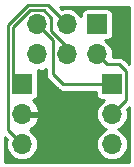
<source format=gbr>
G04 #@! TF.GenerationSoftware,KiCad,Pcbnew,(5.1.4)-1*
G04 #@! TF.CreationDate,2020-04-16T11:05:27+01:00*
G04 #@! TF.ProjectId,sot23Breakout,736f7432-3342-4726-9561-6b6f75742e6b,rev?*
G04 #@! TF.SameCoordinates,Original*
G04 #@! TF.FileFunction,Copper,L2,Bot*
G04 #@! TF.FilePolarity,Positive*
%FSLAX46Y46*%
G04 Gerber Fmt 4.6, Leading zero omitted, Abs format (unit mm)*
G04 Created by KiCad (PCBNEW (5.1.4)-1) date 2020-04-16 11:05:27*
%MOMM*%
%LPD*%
G04 APERTURE LIST*
%ADD10O,1.700000X1.700000*%
%ADD11R,1.700000X1.700000*%
%ADD12C,0.800000*%
%ADD13C,0.250000*%
%ADD14C,0.254000*%
G04 APERTURE END LIST*
D10*
X226568000Y-129540000D03*
X226568000Y-127000000D03*
D11*
X226568000Y-124460000D03*
X234188000Y-124460000D03*
D10*
X234188000Y-127000000D03*
X234188000Y-129540000D03*
D11*
X232918000Y-119380000D03*
D10*
X232918000Y-121920000D03*
X230378000Y-119380000D03*
X230378000Y-121920000D03*
X227838000Y-119380000D03*
X227838000Y-121920000D03*
D12*
X230378000Y-130302000D03*
X235204000Y-120650000D03*
D13*
X230378000Y-119380000D02*
X229577002Y-119380000D01*
X225718001Y-128690001D02*
X226568000Y-129540000D01*
X225392999Y-128364999D02*
X225718001Y-128690001D01*
X225392999Y-119449589D02*
X225392999Y-128364999D01*
X227087598Y-117754990D02*
X225392999Y-119449589D01*
X228752990Y-117754990D02*
X227087598Y-117754990D01*
X230378000Y-119380000D02*
X228752990Y-117754990D01*
X225843009Y-123735009D02*
X226568000Y-124460000D01*
X230378000Y-121283590D02*
X229013001Y-119918591D01*
X225843009Y-119635989D02*
X225843009Y-123735009D01*
X230378000Y-121920000D02*
X230378000Y-121283590D01*
X229013001Y-118815999D02*
X228402001Y-118204999D01*
X228402001Y-118204999D02*
X227273999Y-118204999D01*
X229013001Y-119918591D02*
X229013001Y-118815999D01*
X227273999Y-118204999D02*
X225843009Y-119635989D01*
X233088000Y-124460000D02*
X234188000Y-124460000D01*
X230066998Y-124460000D02*
X233088000Y-124460000D01*
X229202999Y-123596001D02*
X230066998Y-124460000D01*
X229202999Y-120744999D02*
X229202999Y-123596001D01*
X227838000Y-119380000D02*
X229202999Y-120744999D01*
X235037999Y-126150001D02*
X234188000Y-127000000D01*
X235363001Y-125824999D02*
X235037999Y-126150001D01*
X235363001Y-123349999D02*
X235363001Y-125824999D01*
X234783001Y-122769999D02*
X235363001Y-123349999D01*
X233767999Y-122769999D02*
X234783001Y-122769999D01*
X232918000Y-121920000D02*
X233767999Y-122769999D01*
D14*
G36*
X228570000Y-123564903D02*
G01*
X228566937Y-123596001D01*
X228579159Y-123720090D01*
X228615355Y-123839411D01*
X228674133Y-123949377D01*
X228704239Y-123986061D01*
X228753236Y-124045765D01*
X228777381Y-124065580D01*
X229597418Y-124885618D01*
X229617234Y-124909764D01*
X229713621Y-124988866D01*
X229823588Y-125047645D01*
X229942908Y-125083840D01*
X230035910Y-125093000D01*
X230035911Y-125093000D01*
X230066997Y-125096062D01*
X230098083Y-125093000D01*
X232827543Y-125093000D01*
X232827543Y-125310000D01*
X232837351Y-125409585D01*
X232866399Y-125505343D01*
X232913571Y-125593595D01*
X232977052Y-125670948D01*
X233054405Y-125734429D01*
X233142657Y-125781601D01*
X233238415Y-125810649D01*
X233338000Y-125820457D01*
X233513972Y-125820457D01*
X233429886Y-125865402D01*
X233223103Y-126035103D01*
X233053402Y-126241886D01*
X232927302Y-126477802D01*
X232849650Y-126733786D01*
X232823430Y-127000000D01*
X232849650Y-127266214D01*
X232927302Y-127522198D01*
X233053402Y-127758114D01*
X233223103Y-127964897D01*
X233429886Y-128134598D01*
X233665802Y-128260698D01*
X233696467Y-128270000D01*
X233665802Y-128279302D01*
X233429886Y-128405402D01*
X233223103Y-128575103D01*
X233053402Y-128781886D01*
X232927302Y-129017802D01*
X232849650Y-129273786D01*
X232823430Y-129540000D01*
X232849650Y-129806214D01*
X232927302Y-130062198D01*
X233053402Y-130298114D01*
X233223103Y-130504897D01*
X233429886Y-130674598D01*
X233665802Y-130800698D01*
X233921786Y-130878350D01*
X234121294Y-130898000D01*
X234254706Y-130898000D01*
X234454214Y-130878350D01*
X234710198Y-130800698D01*
X234946114Y-130674598D01*
X235152897Y-130504897D01*
X235322598Y-130298114D01*
X235448698Y-130062198D01*
X235526350Y-129806214D01*
X235552570Y-129540000D01*
X235526350Y-129273786D01*
X235448698Y-129017802D01*
X235322598Y-128781886D01*
X235152897Y-128575103D01*
X234946114Y-128405402D01*
X234710198Y-128279302D01*
X234679533Y-128270000D01*
X234710198Y-128260698D01*
X234946114Y-128134598D01*
X235152897Y-127964897D01*
X235322598Y-127758114D01*
X235448698Y-127522198D01*
X235526350Y-127266214D01*
X235552570Y-127000000D01*
X235526350Y-126733786D01*
X235485169Y-126598029D01*
X235507580Y-126575618D01*
X235507585Y-126575612D01*
X235652001Y-126431196D01*
X235652000Y-131004000D01*
X225104000Y-131004000D01*
X225104000Y-128971197D01*
X225248416Y-129115612D01*
X225248420Y-129115617D01*
X225270832Y-129138029D01*
X225229650Y-129273786D01*
X225203430Y-129540000D01*
X225229650Y-129806214D01*
X225307302Y-130062198D01*
X225433402Y-130298114D01*
X225603103Y-130504897D01*
X225809886Y-130674598D01*
X226045802Y-130800698D01*
X226301786Y-130878350D01*
X226501294Y-130898000D01*
X226634706Y-130898000D01*
X226834214Y-130878350D01*
X227090198Y-130800698D01*
X227326114Y-130674598D01*
X227532897Y-130504897D01*
X227702598Y-130298114D01*
X227828698Y-130062198D01*
X227906350Y-129806214D01*
X227932570Y-129540000D01*
X227906350Y-129273786D01*
X227828698Y-129017802D01*
X227702598Y-128781886D01*
X227532897Y-128575103D01*
X227326114Y-128405402D01*
X227205060Y-128340697D01*
X227449355Y-128195178D01*
X227665588Y-128000269D01*
X227839641Y-127766920D01*
X227964825Y-127504099D01*
X228009476Y-127356890D01*
X227888155Y-127127000D01*
X226695000Y-127127000D01*
X226695000Y-127147000D01*
X226441000Y-127147000D01*
X226441000Y-127127000D01*
X226421000Y-127127000D01*
X226421000Y-126873000D01*
X226441000Y-126873000D01*
X226441000Y-126853000D01*
X226695000Y-126853000D01*
X226695000Y-126873000D01*
X227888155Y-126873000D01*
X228009476Y-126643110D01*
X227964825Y-126495901D01*
X227839641Y-126233080D01*
X227665588Y-125999731D01*
X227461903Y-125816133D01*
X227517585Y-125810649D01*
X227613343Y-125781601D01*
X227701595Y-125734429D01*
X227778948Y-125670948D01*
X227842429Y-125593595D01*
X227889601Y-125505343D01*
X227918649Y-125409585D01*
X227928457Y-125310000D01*
X227928457Y-123610000D01*
X227918649Y-123510415D01*
X227889601Y-123414657D01*
X227884439Y-123405000D01*
X227965002Y-123405000D01*
X227965002Y-123240156D01*
X228194890Y-123361476D01*
X228342099Y-123316825D01*
X228570000Y-123208274D01*
X228570000Y-123564903D01*
X228570000Y-123564903D01*
G37*
X228570000Y-123564903D02*
X228566937Y-123596001D01*
X228579159Y-123720090D01*
X228615355Y-123839411D01*
X228674133Y-123949377D01*
X228704239Y-123986061D01*
X228753236Y-124045765D01*
X228777381Y-124065580D01*
X229597418Y-124885618D01*
X229617234Y-124909764D01*
X229713621Y-124988866D01*
X229823588Y-125047645D01*
X229942908Y-125083840D01*
X230035910Y-125093000D01*
X230035911Y-125093000D01*
X230066997Y-125096062D01*
X230098083Y-125093000D01*
X232827543Y-125093000D01*
X232827543Y-125310000D01*
X232837351Y-125409585D01*
X232866399Y-125505343D01*
X232913571Y-125593595D01*
X232977052Y-125670948D01*
X233054405Y-125734429D01*
X233142657Y-125781601D01*
X233238415Y-125810649D01*
X233338000Y-125820457D01*
X233513972Y-125820457D01*
X233429886Y-125865402D01*
X233223103Y-126035103D01*
X233053402Y-126241886D01*
X232927302Y-126477802D01*
X232849650Y-126733786D01*
X232823430Y-127000000D01*
X232849650Y-127266214D01*
X232927302Y-127522198D01*
X233053402Y-127758114D01*
X233223103Y-127964897D01*
X233429886Y-128134598D01*
X233665802Y-128260698D01*
X233696467Y-128270000D01*
X233665802Y-128279302D01*
X233429886Y-128405402D01*
X233223103Y-128575103D01*
X233053402Y-128781886D01*
X232927302Y-129017802D01*
X232849650Y-129273786D01*
X232823430Y-129540000D01*
X232849650Y-129806214D01*
X232927302Y-130062198D01*
X233053402Y-130298114D01*
X233223103Y-130504897D01*
X233429886Y-130674598D01*
X233665802Y-130800698D01*
X233921786Y-130878350D01*
X234121294Y-130898000D01*
X234254706Y-130898000D01*
X234454214Y-130878350D01*
X234710198Y-130800698D01*
X234946114Y-130674598D01*
X235152897Y-130504897D01*
X235322598Y-130298114D01*
X235448698Y-130062198D01*
X235526350Y-129806214D01*
X235552570Y-129540000D01*
X235526350Y-129273786D01*
X235448698Y-129017802D01*
X235322598Y-128781886D01*
X235152897Y-128575103D01*
X234946114Y-128405402D01*
X234710198Y-128279302D01*
X234679533Y-128270000D01*
X234710198Y-128260698D01*
X234946114Y-128134598D01*
X235152897Y-127964897D01*
X235322598Y-127758114D01*
X235448698Y-127522198D01*
X235526350Y-127266214D01*
X235552570Y-127000000D01*
X235526350Y-126733786D01*
X235485169Y-126598029D01*
X235507580Y-126575618D01*
X235507585Y-126575612D01*
X235652001Y-126431196D01*
X235652000Y-131004000D01*
X225104000Y-131004000D01*
X225104000Y-128971197D01*
X225248416Y-129115612D01*
X225248420Y-129115617D01*
X225270832Y-129138029D01*
X225229650Y-129273786D01*
X225203430Y-129540000D01*
X225229650Y-129806214D01*
X225307302Y-130062198D01*
X225433402Y-130298114D01*
X225603103Y-130504897D01*
X225809886Y-130674598D01*
X226045802Y-130800698D01*
X226301786Y-130878350D01*
X226501294Y-130898000D01*
X226634706Y-130898000D01*
X226834214Y-130878350D01*
X227090198Y-130800698D01*
X227326114Y-130674598D01*
X227532897Y-130504897D01*
X227702598Y-130298114D01*
X227828698Y-130062198D01*
X227906350Y-129806214D01*
X227932570Y-129540000D01*
X227906350Y-129273786D01*
X227828698Y-129017802D01*
X227702598Y-128781886D01*
X227532897Y-128575103D01*
X227326114Y-128405402D01*
X227205060Y-128340697D01*
X227449355Y-128195178D01*
X227665588Y-128000269D01*
X227839641Y-127766920D01*
X227964825Y-127504099D01*
X228009476Y-127356890D01*
X227888155Y-127127000D01*
X226695000Y-127127000D01*
X226695000Y-127147000D01*
X226441000Y-127147000D01*
X226441000Y-127127000D01*
X226421000Y-127127000D01*
X226421000Y-126873000D01*
X226441000Y-126873000D01*
X226441000Y-126853000D01*
X226695000Y-126853000D01*
X226695000Y-126873000D01*
X227888155Y-126873000D01*
X228009476Y-126643110D01*
X227964825Y-126495901D01*
X227839641Y-126233080D01*
X227665588Y-125999731D01*
X227461903Y-125816133D01*
X227517585Y-125810649D01*
X227613343Y-125781601D01*
X227701595Y-125734429D01*
X227778948Y-125670948D01*
X227842429Y-125593595D01*
X227889601Y-125505343D01*
X227918649Y-125409585D01*
X227928457Y-125310000D01*
X227928457Y-123610000D01*
X227918649Y-123510415D01*
X227889601Y-123414657D01*
X227884439Y-123405000D01*
X227965002Y-123405000D01*
X227965002Y-123240156D01*
X228194890Y-123361476D01*
X228342099Y-123316825D01*
X228570000Y-123208274D01*
X228570000Y-123564903D01*
G36*
X235652001Y-122743802D02*
G01*
X235252585Y-122344386D01*
X235232765Y-122320235D01*
X235136378Y-122241133D01*
X235026411Y-122182354D01*
X234907091Y-122146159D01*
X234814089Y-122136999D01*
X234783001Y-122133937D01*
X234751913Y-122136999D01*
X234261197Y-122136999D01*
X234282570Y-121920000D01*
X234256350Y-121653786D01*
X234178698Y-121397802D01*
X234052598Y-121161886D01*
X233882897Y-120955103D01*
X233676114Y-120785402D01*
X233592028Y-120740457D01*
X233768000Y-120740457D01*
X233867585Y-120730649D01*
X233963343Y-120701601D01*
X234051595Y-120654429D01*
X234128948Y-120590948D01*
X234192429Y-120513595D01*
X234239601Y-120425343D01*
X234268649Y-120329585D01*
X234278457Y-120230000D01*
X234278457Y-118530000D01*
X234268649Y-118430415D01*
X234239601Y-118334657D01*
X234192429Y-118246405D01*
X234128948Y-118169052D01*
X234051595Y-118105571D01*
X233963343Y-118058399D01*
X233867585Y-118029351D01*
X233768000Y-118019543D01*
X232068000Y-118019543D01*
X231968415Y-118029351D01*
X231872657Y-118058399D01*
X231784405Y-118105571D01*
X231707052Y-118169052D01*
X231643571Y-118246405D01*
X231596399Y-118334657D01*
X231567351Y-118430415D01*
X231557543Y-118530000D01*
X231557543Y-118705972D01*
X231512598Y-118621886D01*
X231342897Y-118415103D01*
X231136114Y-118245402D01*
X230900198Y-118119302D01*
X230644214Y-118041650D01*
X230444706Y-118022000D01*
X230311294Y-118022000D01*
X230111786Y-118041650D01*
X229976029Y-118082831D01*
X229809197Y-117916000D01*
X235652000Y-117916000D01*
X235652001Y-122743802D01*
X235652001Y-122743802D01*
G37*
X235652001Y-122743802D02*
X235252585Y-122344386D01*
X235232765Y-122320235D01*
X235136378Y-122241133D01*
X235026411Y-122182354D01*
X234907091Y-122146159D01*
X234814089Y-122136999D01*
X234783001Y-122133937D01*
X234751913Y-122136999D01*
X234261197Y-122136999D01*
X234282570Y-121920000D01*
X234256350Y-121653786D01*
X234178698Y-121397802D01*
X234052598Y-121161886D01*
X233882897Y-120955103D01*
X233676114Y-120785402D01*
X233592028Y-120740457D01*
X233768000Y-120740457D01*
X233867585Y-120730649D01*
X233963343Y-120701601D01*
X234051595Y-120654429D01*
X234128948Y-120590948D01*
X234192429Y-120513595D01*
X234239601Y-120425343D01*
X234268649Y-120329585D01*
X234278457Y-120230000D01*
X234278457Y-118530000D01*
X234268649Y-118430415D01*
X234239601Y-118334657D01*
X234192429Y-118246405D01*
X234128948Y-118169052D01*
X234051595Y-118105571D01*
X233963343Y-118058399D01*
X233867585Y-118029351D01*
X233768000Y-118019543D01*
X232068000Y-118019543D01*
X231968415Y-118029351D01*
X231872657Y-118058399D01*
X231784405Y-118105571D01*
X231707052Y-118169052D01*
X231643571Y-118246405D01*
X231596399Y-118334657D01*
X231567351Y-118430415D01*
X231557543Y-118530000D01*
X231557543Y-118705972D01*
X231512598Y-118621886D01*
X231342897Y-118415103D01*
X231136114Y-118245402D01*
X230900198Y-118119302D01*
X230644214Y-118041650D01*
X230444706Y-118022000D01*
X230311294Y-118022000D01*
X230111786Y-118041650D01*
X229976029Y-118082831D01*
X229809197Y-117916000D01*
X235652000Y-117916000D01*
X235652001Y-122743802D01*
G36*
X227965000Y-121793000D02*
G01*
X227985000Y-121793000D01*
X227985000Y-122047000D01*
X227965000Y-122047000D01*
X227965000Y-122067000D01*
X227711000Y-122067000D01*
X227711000Y-122047000D01*
X227691000Y-122047000D01*
X227691000Y-121793000D01*
X227711000Y-121793000D01*
X227711000Y-121773000D01*
X227965000Y-121773000D01*
X227965000Y-121793000D01*
X227965000Y-121793000D01*
G37*
X227965000Y-121793000D02*
X227985000Y-121793000D01*
X227985000Y-122047000D01*
X227965000Y-122047000D01*
X227965000Y-122067000D01*
X227711000Y-122067000D01*
X227711000Y-122047000D01*
X227691000Y-122047000D01*
X227691000Y-121793000D01*
X227711000Y-121793000D01*
X227711000Y-121773000D01*
X227965000Y-121773000D01*
X227965000Y-121793000D01*
M02*

</source>
